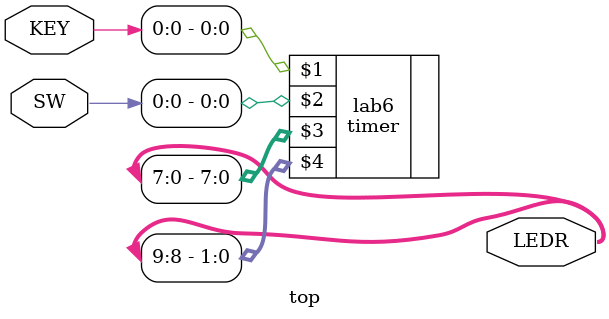
<source format=v>
module top (SW, KEY, LEDR);

    input wire [9:0] SW;        // DE-series switches
    input wire [3:0] KEY;       // DE-series pushbuttons

    output wire [9:0] LEDR;     // DE-series LEDs   

    timer lab6 (KEY[0], SW[0], LEDR[7:0], LEDR[9:8]);
 
endmodule


</source>
